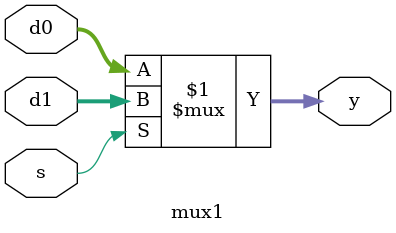
<source format=v>
module mux1 #(parameter WIDTH = 10)
             (input  wire [WIDTH-1:0] d0, d1, 
              input  wire             s, 
              output wire [WIDTH-1:0] y);
  assign y = s ? d1 : d0; 
endmodule
</source>
